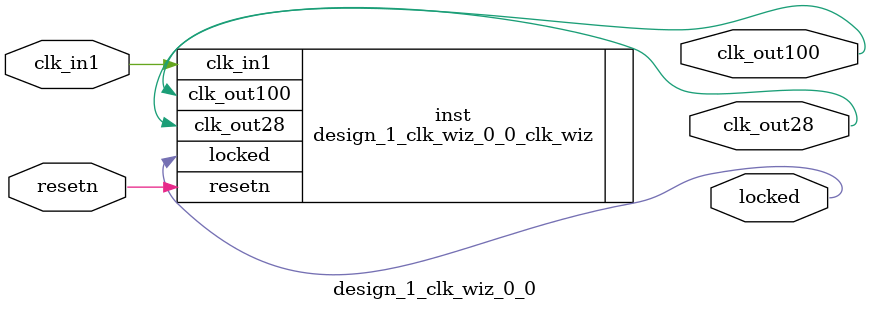
<source format=v>


`timescale 1ps/1ps

(* CORE_GENERATION_INFO = "design_1_clk_wiz_0_0,clk_wiz_v6_0_3_0_0,{component_name=design_1_clk_wiz_0_0,use_phase_alignment=true,use_min_o_jitter=false,use_max_i_jitter=false,use_dyn_phase_shift=false,use_inclk_switchover=false,use_dyn_reconfig=false,enable_axi=0,feedback_source=FDBK_AUTO,PRIMITIVE=MMCM,num_out_clk=2,clkin1_period=8.000,clkin2_period=10.0,use_power_down=false,use_reset=true,use_locked=true,use_inclk_stopped=false,feedback_type=SINGLE,CLOCK_MGR_TYPE=NA,manual_override=false}" *)

module design_1_clk_wiz_0_0 
 (
  // Clock out ports
  output        clk_out100,
  output        clk_out28,
  // Status and control signals
  input         resetn,
  output        locked,
 // Clock in ports
  input         clk_in1
 );

  design_1_clk_wiz_0_0_clk_wiz inst
  (
  // Clock out ports  
  .clk_out100(clk_out100),
  .clk_out28(clk_out28),
  // Status and control signals               
  .resetn(resetn), 
  .locked(locked),
 // Clock in ports
  .clk_in1(clk_in1)
  );

endmodule

</source>
